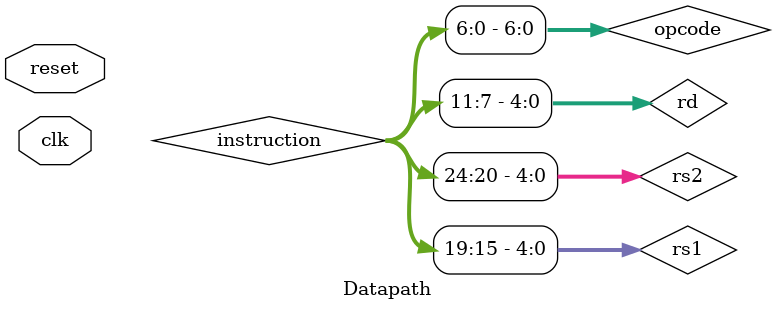
<source format=sv>
module Datapath(
    input logic clk, reset
);
    logic [31:0] pc, next_pc, extended_imm, instruction, rdata1, rdata2, alu_result, rdata, wdata;
    logic [4:0] rs1, rs2, rd;
    logic [6:0] opcode;
    logic [3:0] alu_ctrl;
    logic [2:0] br_type;
    logic [1:0] wb_sel;
    logic reg_wr, rd_en, wr_en, br_taken, sel_A, sel_B;

    // Instantiate modules
    Program_Counter pc_0 (clk, reset, br_taken ? alu_result : next_pc, pc);
    Instruction_Memory inst_mem_0 (pc, instruction);
    Register_File reg_file_0 (clk, reg_wr, rs1, rs2, rd, wdata, rdata1, rdata2);
    ALU alu_0 (alu_ctrl, sel_A ? rdata1 : pc, sel_B ? extended_imm : rdata2, alu_result);
    Data_Memory data_mem_0 (clk, wr_en, rd_en, alu_result, rdata2, rdata);
    Branch_Conditions branch_cond_0 (br_type, rdata1, rdata2, br_taken);
    Controller control_unit_0 (instruction, reg_wr, rd_en, wr_en, sel_A, sel_B, wb_sel, alu_ctrl, br_type);
    Immediate imd_generator_0 (instruction, extended_imm);

    // Assignments
    assign opcode = instruction[6:0];
    assign rs1 = instruction[19:15];
    assign rs2 = instruction[24:20];
    assign rd = instruction[11:7];
    assign next_pc = br_taken ? alu_result : pc + 4;

    always_comb begin
         case (wb_sel)
            2'b00: wdata = pc + 4;
            2'b01: wdata = alu_result;
            2'b10: wdata = rdata;
        endcase
    end

endmodule

</source>
